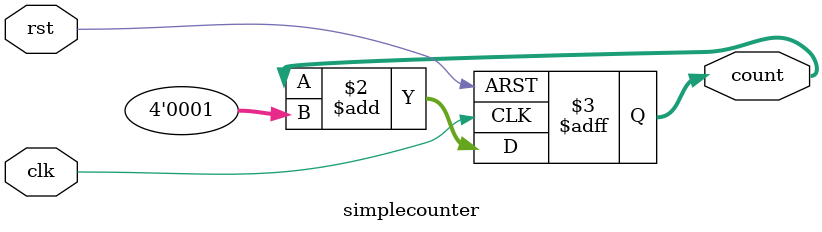
<source format=v>
module simplecounter (clk, rst, count);
    input clk, rst;
    output [3:0]count;
    reg [3:0]count;

    always @(posedge clk or posedge rst)
    begin
        if (rst)
            count = 4'b0;
        else
            count = count + 4'b1;
    end

endmodule
</source>
